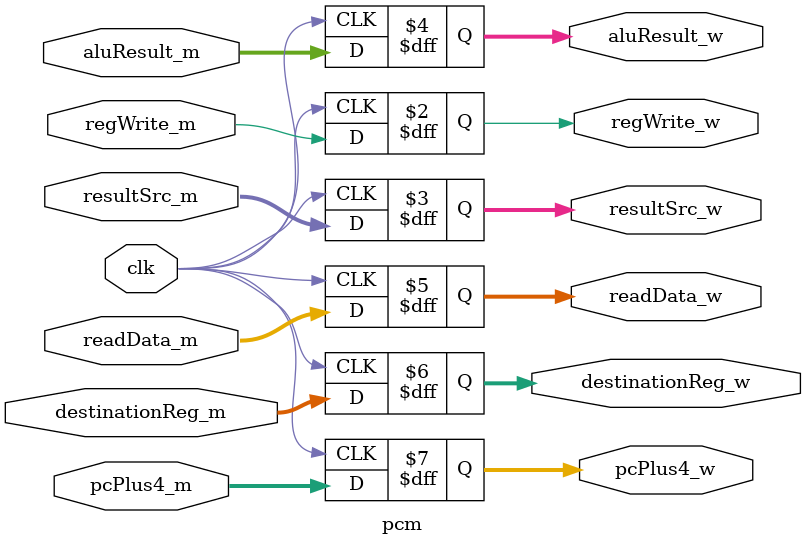
<source format=sv>
module pcm #(
    parameter DATA_WIDTH = 32
)(
    input logic                       clk,      
    // control cascade
    input logic                       regWrite_m,
    input logic [1:0]                 resultSrc_m,

    // data
    input logic [DATA_WIDTH-1:0]      aluResult_m,
    input logic [DATA_WIDTH-1:0]      readData_m,
    input logic [4:0]                 destinationReg_m,
    input logic [DATA_WIDTH-1:0]      pcPlus4_m,

    // outputs control cascade
    output logic                       regWrite_w,
    output logic [1:0]                 resultSrc_w,

    // outputs data
    output logic [DATA_WIDTH-1:0]      aluResult_w,
    output logic [DATA_WIDTH-1:0]      readData_w,
    output logic [4:0]                 destinationReg_w,
    output logic [DATA_WIDTH-1:0]      pcPlus4_w
);

always_ff @(posedge clk) begin
    regWrite_w      <= regWrite_m;
    resultSrc_w     <= resultSrc_m;

    aluResult_w     <= aluResult_m;
    readData_w      <= readData_m;
    destinationReg_w <= destinationReg_m;
    pcPlus4_w       <= pcPlus4_m;
end

endmodule

</source>
